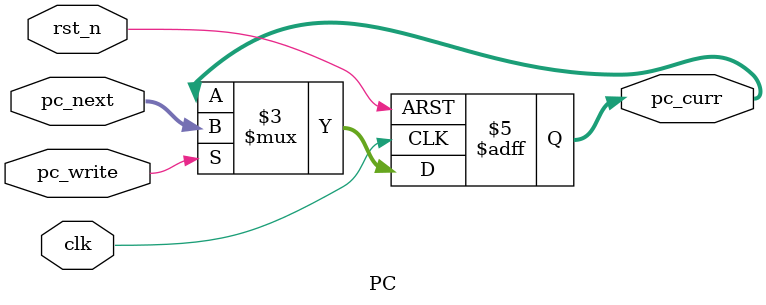
<source format=sv>
module PC (
    input logic clk,
    input logic rst_n,
    input logic pc_write,
    input logic [31:0] pc_next,
    output logic [31:0] pc_curr
);

    always_ff @(posedge clk or negedge rst_n) begin
        if (!rst_n) begin
            pc_curr <= 32'b0;
        end else if (pc_write) begin
            pc_curr <= pc_next;
        end
    end

endmodule
</source>
